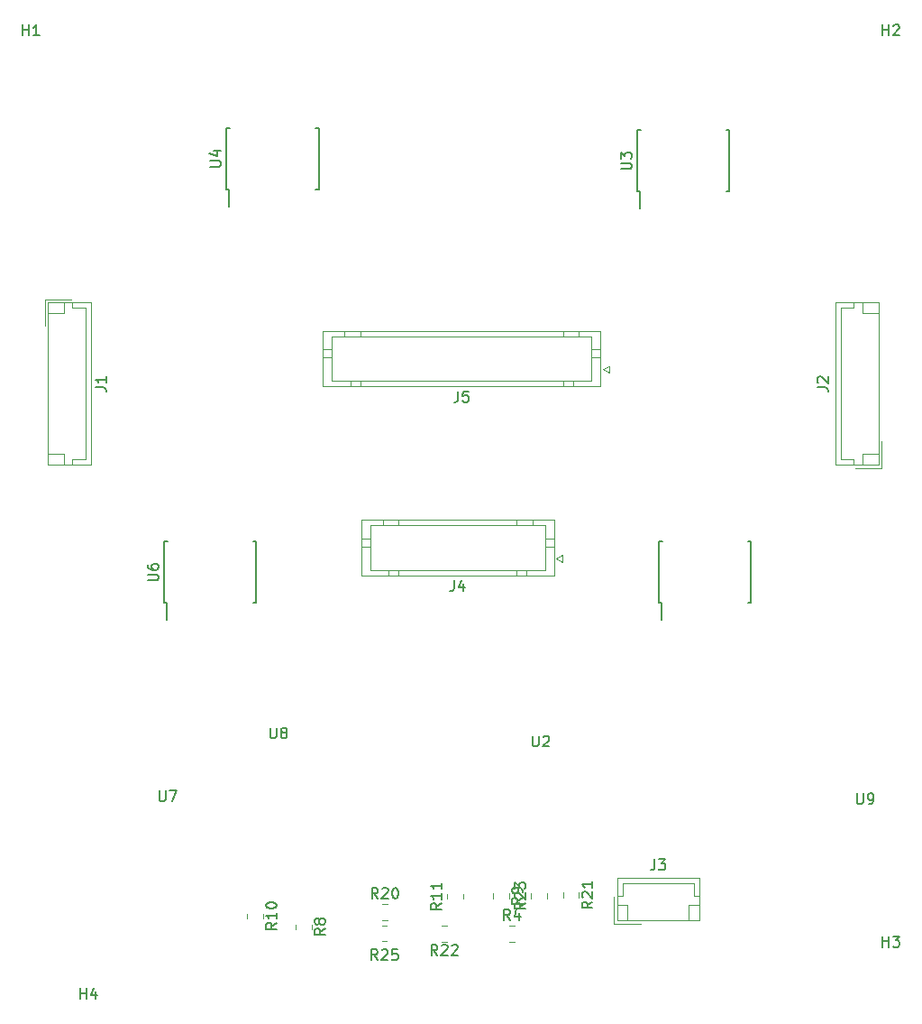
<source format=gbr>
%TF.GenerationSoftware,KiCad,Pcbnew,(7.0.0)*%
%TF.CreationDate,2024-03-19T12:14:35-03:00*%
%TF.ProjectId,pcb_peau_v1,7063625f-7065-4617-955f-76312e6b6963,rev?*%
%TF.SameCoordinates,Original*%
%TF.FileFunction,Legend,Top*%
%TF.FilePolarity,Positive*%
%FSLAX46Y46*%
G04 Gerber Fmt 4.6, Leading zero omitted, Abs format (unit mm)*
G04 Created by KiCad (PCBNEW (7.0.0)) date 2024-03-19 12:14:35*
%MOMM*%
%LPD*%
G01*
G04 APERTURE LIST*
%ADD10C,0.150000*%
%ADD11C,0.120000*%
G04 APERTURE END LIST*
D10*
%TO.C,R10*%
X189957380Y-118959857D02*
X189481190Y-119293190D01*
X189957380Y-119531285D02*
X188957380Y-119531285D01*
X188957380Y-119531285D02*
X188957380Y-119150333D01*
X188957380Y-119150333D02*
X189005000Y-119055095D01*
X189005000Y-119055095D02*
X189052619Y-119007476D01*
X189052619Y-119007476D02*
X189147857Y-118959857D01*
X189147857Y-118959857D02*
X189290714Y-118959857D01*
X189290714Y-118959857D02*
X189385952Y-119007476D01*
X189385952Y-119007476D02*
X189433571Y-119055095D01*
X189433571Y-119055095D02*
X189481190Y-119150333D01*
X189481190Y-119150333D02*
X189481190Y-119531285D01*
X189957380Y-118007476D02*
X189957380Y-118578904D01*
X189957380Y-118293190D02*
X188957380Y-118293190D01*
X188957380Y-118293190D02*
X189100238Y-118388428D01*
X189100238Y-118388428D02*
X189195476Y-118483666D01*
X189195476Y-118483666D02*
X189243095Y-118578904D01*
X188957380Y-117388428D02*
X188957380Y-117293190D01*
X188957380Y-117293190D02*
X189005000Y-117197952D01*
X189005000Y-117197952D02*
X189052619Y-117150333D01*
X189052619Y-117150333D02*
X189147857Y-117102714D01*
X189147857Y-117102714D02*
X189338333Y-117055095D01*
X189338333Y-117055095D02*
X189576428Y-117055095D01*
X189576428Y-117055095D02*
X189766904Y-117102714D01*
X189766904Y-117102714D02*
X189862142Y-117150333D01*
X189862142Y-117150333D02*
X189909761Y-117197952D01*
X189909761Y-117197952D02*
X189957380Y-117293190D01*
X189957380Y-117293190D02*
X189957380Y-117388428D01*
X189957380Y-117388428D02*
X189909761Y-117483666D01*
X189909761Y-117483666D02*
X189862142Y-117531285D01*
X189862142Y-117531285D02*
X189766904Y-117578904D01*
X189766904Y-117578904D02*
X189576428Y-117626523D01*
X189576428Y-117626523D02*
X189338333Y-117626523D01*
X189338333Y-117626523D02*
X189147857Y-117578904D01*
X189147857Y-117578904D02*
X189052619Y-117531285D01*
X189052619Y-117531285D02*
X189005000Y-117483666D01*
X189005000Y-117483666D02*
X188957380Y-117388428D01*
%TO.C,R22*%
X205077142Y-122008880D02*
X204743809Y-121532690D01*
X204505714Y-122008880D02*
X204505714Y-121008880D01*
X204505714Y-121008880D02*
X204886666Y-121008880D01*
X204886666Y-121008880D02*
X204981904Y-121056500D01*
X204981904Y-121056500D02*
X205029523Y-121104119D01*
X205029523Y-121104119D02*
X205077142Y-121199357D01*
X205077142Y-121199357D02*
X205077142Y-121342214D01*
X205077142Y-121342214D02*
X205029523Y-121437452D01*
X205029523Y-121437452D02*
X204981904Y-121485071D01*
X204981904Y-121485071D02*
X204886666Y-121532690D01*
X204886666Y-121532690D02*
X204505714Y-121532690D01*
X205458095Y-121104119D02*
X205505714Y-121056500D01*
X205505714Y-121056500D02*
X205600952Y-121008880D01*
X205600952Y-121008880D02*
X205839047Y-121008880D01*
X205839047Y-121008880D02*
X205934285Y-121056500D01*
X205934285Y-121056500D02*
X205981904Y-121104119D01*
X205981904Y-121104119D02*
X206029523Y-121199357D01*
X206029523Y-121199357D02*
X206029523Y-121294595D01*
X206029523Y-121294595D02*
X205981904Y-121437452D01*
X205981904Y-121437452D02*
X205410476Y-122008880D01*
X205410476Y-122008880D02*
X206029523Y-122008880D01*
X206410476Y-121104119D02*
X206458095Y-121056500D01*
X206458095Y-121056500D02*
X206553333Y-121008880D01*
X206553333Y-121008880D02*
X206791428Y-121008880D01*
X206791428Y-121008880D02*
X206886666Y-121056500D01*
X206886666Y-121056500D02*
X206934285Y-121104119D01*
X206934285Y-121104119D02*
X206981904Y-121199357D01*
X206981904Y-121199357D02*
X206981904Y-121294595D01*
X206981904Y-121294595D02*
X206934285Y-121437452D01*
X206934285Y-121437452D02*
X206362857Y-122008880D01*
X206362857Y-122008880D02*
X206981904Y-122008880D01*
%TO.C,R4*%
X211903333Y-118708880D02*
X211570000Y-118232690D01*
X211331905Y-118708880D02*
X211331905Y-117708880D01*
X211331905Y-117708880D02*
X211712857Y-117708880D01*
X211712857Y-117708880D02*
X211808095Y-117756500D01*
X211808095Y-117756500D02*
X211855714Y-117804119D01*
X211855714Y-117804119D02*
X211903333Y-117899357D01*
X211903333Y-117899357D02*
X211903333Y-118042214D01*
X211903333Y-118042214D02*
X211855714Y-118137452D01*
X211855714Y-118137452D02*
X211808095Y-118185071D01*
X211808095Y-118185071D02*
X211712857Y-118232690D01*
X211712857Y-118232690D02*
X211331905Y-118232690D01*
X212760476Y-118042214D02*
X212760476Y-118708880D01*
X212522381Y-117661261D02*
X212284286Y-118375547D01*
X212284286Y-118375547D02*
X212903333Y-118375547D01*
%TO.C,R9*%
X213071380Y-116602166D02*
X212595190Y-116935499D01*
X213071380Y-117173594D02*
X212071380Y-117173594D01*
X212071380Y-117173594D02*
X212071380Y-116792642D01*
X212071380Y-116792642D02*
X212119000Y-116697404D01*
X212119000Y-116697404D02*
X212166619Y-116649785D01*
X212166619Y-116649785D02*
X212261857Y-116602166D01*
X212261857Y-116602166D02*
X212404714Y-116602166D01*
X212404714Y-116602166D02*
X212499952Y-116649785D01*
X212499952Y-116649785D02*
X212547571Y-116697404D01*
X212547571Y-116697404D02*
X212595190Y-116792642D01*
X212595190Y-116792642D02*
X212595190Y-117173594D01*
X213071380Y-116125975D02*
X213071380Y-115935499D01*
X213071380Y-115935499D02*
X213023761Y-115840261D01*
X213023761Y-115840261D02*
X212976142Y-115792642D01*
X212976142Y-115792642D02*
X212833285Y-115697404D01*
X212833285Y-115697404D02*
X212642809Y-115649785D01*
X212642809Y-115649785D02*
X212261857Y-115649785D01*
X212261857Y-115649785D02*
X212166619Y-115697404D01*
X212166619Y-115697404D02*
X212119000Y-115745023D01*
X212119000Y-115745023D02*
X212071380Y-115840261D01*
X212071380Y-115840261D02*
X212071380Y-116030737D01*
X212071380Y-116030737D02*
X212119000Y-116125975D01*
X212119000Y-116125975D02*
X212166619Y-116173594D01*
X212166619Y-116173594D02*
X212261857Y-116221213D01*
X212261857Y-116221213D02*
X212499952Y-116221213D01*
X212499952Y-116221213D02*
X212595190Y-116173594D01*
X212595190Y-116173594D02*
X212642809Y-116125975D01*
X212642809Y-116125975D02*
X212690428Y-116030737D01*
X212690428Y-116030737D02*
X212690428Y-115840261D01*
X212690428Y-115840261D02*
X212642809Y-115745023D01*
X212642809Y-115745023D02*
X212595190Y-115697404D01*
X212595190Y-115697404D02*
X212499952Y-115649785D01*
%TO.C,R8*%
X194529380Y-119499666D02*
X194053190Y-119832999D01*
X194529380Y-120071094D02*
X193529380Y-120071094D01*
X193529380Y-120071094D02*
X193529380Y-119690142D01*
X193529380Y-119690142D02*
X193577000Y-119594904D01*
X193577000Y-119594904D02*
X193624619Y-119547285D01*
X193624619Y-119547285D02*
X193719857Y-119499666D01*
X193719857Y-119499666D02*
X193862714Y-119499666D01*
X193862714Y-119499666D02*
X193957952Y-119547285D01*
X193957952Y-119547285D02*
X194005571Y-119594904D01*
X194005571Y-119594904D02*
X194053190Y-119690142D01*
X194053190Y-119690142D02*
X194053190Y-120071094D01*
X193957952Y-118928237D02*
X193910333Y-119023475D01*
X193910333Y-119023475D02*
X193862714Y-119071094D01*
X193862714Y-119071094D02*
X193767476Y-119118713D01*
X193767476Y-119118713D02*
X193719857Y-119118713D01*
X193719857Y-119118713D02*
X193624619Y-119071094D01*
X193624619Y-119071094D02*
X193577000Y-119023475D01*
X193577000Y-119023475D02*
X193529380Y-118928237D01*
X193529380Y-118928237D02*
X193529380Y-118737761D01*
X193529380Y-118737761D02*
X193577000Y-118642523D01*
X193577000Y-118642523D02*
X193624619Y-118594904D01*
X193624619Y-118594904D02*
X193719857Y-118547285D01*
X193719857Y-118547285D02*
X193767476Y-118547285D01*
X193767476Y-118547285D02*
X193862714Y-118594904D01*
X193862714Y-118594904D02*
X193910333Y-118642523D01*
X193910333Y-118642523D02*
X193957952Y-118737761D01*
X193957952Y-118737761D02*
X193957952Y-118928237D01*
X193957952Y-118928237D02*
X194005571Y-119023475D01*
X194005571Y-119023475D02*
X194053190Y-119071094D01*
X194053190Y-119071094D02*
X194148428Y-119118713D01*
X194148428Y-119118713D02*
X194338904Y-119118713D01*
X194338904Y-119118713D02*
X194434142Y-119071094D01*
X194434142Y-119071094D02*
X194481761Y-119023475D01*
X194481761Y-119023475D02*
X194529380Y-118928237D01*
X194529380Y-118928237D02*
X194529380Y-118737761D01*
X194529380Y-118737761D02*
X194481761Y-118642523D01*
X194481761Y-118642523D02*
X194434142Y-118594904D01*
X194434142Y-118594904D02*
X194338904Y-118547285D01*
X194338904Y-118547285D02*
X194148428Y-118547285D01*
X194148428Y-118547285D02*
X194053190Y-118594904D01*
X194053190Y-118594904D02*
X194005571Y-118642523D01*
X194005571Y-118642523D02*
X193957952Y-118737761D01*
%TO.C,R21*%
X219642380Y-116992857D02*
X219166190Y-117326190D01*
X219642380Y-117564285D02*
X218642380Y-117564285D01*
X218642380Y-117564285D02*
X218642380Y-117183333D01*
X218642380Y-117183333D02*
X218690000Y-117088095D01*
X218690000Y-117088095D02*
X218737619Y-117040476D01*
X218737619Y-117040476D02*
X218832857Y-116992857D01*
X218832857Y-116992857D02*
X218975714Y-116992857D01*
X218975714Y-116992857D02*
X219070952Y-117040476D01*
X219070952Y-117040476D02*
X219118571Y-117088095D01*
X219118571Y-117088095D02*
X219166190Y-117183333D01*
X219166190Y-117183333D02*
X219166190Y-117564285D01*
X218737619Y-116611904D02*
X218690000Y-116564285D01*
X218690000Y-116564285D02*
X218642380Y-116469047D01*
X218642380Y-116469047D02*
X218642380Y-116230952D01*
X218642380Y-116230952D02*
X218690000Y-116135714D01*
X218690000Y-116135714D02*
X218737619Y-116088095D01*
X218737619Y-116088095D02*
X218832857Y-116040476D01*
X218832857Y-116040476D02*
X218928095Y-116040476D01*
X218928095Y-116040476D02*
X219070952Y-116088095D01*
X219070952Y-116088095D02*
X219642380Y-116659523D01*
X219642380Y-116659523D02*
X219642380Y-116040476D01*
X219642380Y-115088095D02*
X219642380Y-115659523D01*
X219642380Y-115373809D02*
X218642380Y-115373809D01*
X218642380Y-115373809D02*
X218785238Y-115469047D01*
X218785238Y-115469047D02*
X218880476Y-115564285D01*
X218880476Y-115564285D02*
X218928095Y-115659523D01*
%TO.C,R23*%
X213327380Y-117078357D02*
X212851190Y-117411690D01*
X213327380Y-117649785D02*
X212327380Y-117649785D01*
X212327380Y-117649785D02*
X212327380Y-117268833D01*
X212327380Y-117268833D02*
X212375000Y-117173595D01*
X212375000Y-117173595D02*
X212422619Y-117125976D01*
X212422619Y-117125976D02*
X212517857Y-117078357D01*
X212517857Y-117078357D02*
X212660714Y-117078357D01*
X212660714Y-117078357D02*
X212755952Y-117125976D01*
X212755952Y-117125976D02*
X212803571Y-117173595D01*
X212803571Y-117173595D02*
X212851190Y-117268833D01*
X212851190Y-117268833D02*
X212851190Y-117649785D01*
X212422619Y-116697404D02*
X212375000Y-116649785D01*
X212375000Y-116649785D02*
X212327380Y-116554547D01*
X212327380Y-116554547D02*
X212327380Y-116316452D01*
X212327380Y-116316452D02*
X212375000Y-116221214D01*
X212375000Y-116221214D02*
X212422619Y-116173595D01*
X212422619Y-116173595D02*
X212517857Y-116125976D01*
X212517857Y-116125976D02*
X212613095Y-116125976D01*
X212613095Y-116125976D02*
X212755952Y-116173595D01*
X212755952Y-116173595D02*
X213327380Y-116745023D01*
X213327380Y-116745023D02*
X213327380Y-116125976D01*
X212327380Y-115792642D02*
X212327380Y-115173595D01*
X212327380Y-115173595D02*
X212708333Y-115506928D01*
X212708333Y-115506928D02*
X212708333Y-115364071D01*
X212708333Y-115364071D02*
X212755952Y-115268833D01*
X212755952Y-115268833D02*
X212803571Y-115221214D01*
X212803571Y-115221214D02*
X212898809Y-115173595D01*
X212898809Y-115173595D02*
X213136904Y-115173595D01*
X213136904Y-115173595D02*
X213232142Y-115221214D01*
X213232142Y-115221214D02*
X213279761Y-115268833D01*
X213279761Y-115268833D02*
X213327380Y-115364071D01*
X213327380Y-115364071D02*
X213327380Y-115649785D01*
X213327380Y-115649785D02*
X213279761Y-115745023D01*
X213279761Y-115745023D02*
X213232142Y-115792642D01*
%TO.C,R11*%
X205453380Y-117125357D02*
X204977190Y-117458690D01*
X205453380Y-117696785D02*
X204453380Y-117696785D01*
X204453380Y-117696785D02*
X204453380Y-117315833D01*
X204453380Y-117315833D02*
X204501000Y-117220595D01*
X204501000Y-117220595D02*
X204548619Y-117172976D01*
X204548619Y-117172976D02*
X204643857Y-117125357D01*
X204643857Y-117125357D02*
X204786714Y-117125357D01*
X204786714Y-117125357D02*
X204881952Y-117172976D01*
X204881952Y-117172976D02*
X204929571Y-117220595D01*
X204929571Y-117220595D02*
X204977190Y-117315833D01*
X204977190Y-117315833D02*
X204977190Y-117696785D01*
X205453380Y-116172976D02*
X205453380Y-116744404D01*
X205453380Y-116458690D02*
X204453380Y-116458690D01*
X204453380Y-116458690D02*
X204596238Y-116553928D01*
X204596238Y-116553928D02*
X204691476Y-116649166D01*
X204691476Y-116649166D02*
X204739095Y-116744404D01*
X205453380Y-115220595D02*
X205453380Y-115792023D01*
X205453380Y-115506309D02*
X204453380Y-115506309D01*
X204453380Y-115506309D02*
X204596238Y-115601547D01*
X204596238Y-115601547D02*
X204691476Y-115696785D01*
X204691476Y-115696785D02*
X204739095Y-115792023D01*
%TO.C,R20*%
X199489142Y-116676880D02*
X199155809Y-116200690D01*
X198917714Y-116676880D02*
X198917714Y-115676880D01*
X198917714Y-115676880D02*
X199298666Y-115676880D01*
X199298666Y-115676880D02*
X199393904Y-115724500D01*
X199393904Y-115724500D02*
X199441523Y-115772119D01*
X199441523Y-115772119D02*
X199489142Y-115867357D01*
X199489142Y-115867357D02*
X199489142Y-116010214D01*
X199489142Y-116010214D02*
X199441523Y-116105452D01*
X199441523Y-116105452D02*
X199393904Y-116153071D01*
X199393904Y-116153071D02*
X199298666Y-116200690D01*
X199298666Y-116200690D02*
X198917714Y-116200690D01*
X199870095Y-115772119D02*
X199917714Y-115724500D01*
X199917714Y-115724500D02*
X200012952Y-115676880D01*
X200012952Y-115676880D02*
X200251047Y-115676880D01*
X200251047Y-115676880D02*
X200346285Y-115724500D01*
X200346285Y-115724500D02*
X200393904Y-115772119D01*
X200393904Y-115772119D02*
X200441523Y-115867357D01*
X200441523Y-115867357D02*
X200441523Y-115962595D01*
X200441523Y-115962595D02*
X200393904Y-116105452D01*
X200393904Y-116105452D02*
X199822476Y-116676880D01*
X199822476Y-116676880D02*
X200441523Y-116676880D01*
X201060571Y-115676880D02*
X201155809Y-115676880D01*
X201155809Y-115676880D02*
X201251047Y-115724500D01*
X201251047Y-115724500D02*
X201298666Y-115772119D01*
X201298666Y-115772119D02*
X201346285Y-115867357D01*
X201346285Y-115867357D02*
X201393904Y-116057833D01*
X201393904Y-116057833D02*
X201393904Y-116295928D01*
X201393904Y-116295928D02*
X201346285Y-116486404D01*
X201346285Y-116486404D02*
X201298666Y-116581642D01*
X201298666Y-116581642D02*
X201251047Y-116629261D01*
X201251047Y-116629261D02*
X201155809Y-116676880D01*
X201155809Y-116676880D02*
X201060571Y-116676880D01*
X201060571Y-116676880D02*
X200965333Y-116629261D01*
X200965333Y-116629261D02*
X200917714Y-116581642D01*
X200917714Y-116581642D02*
X200870095Y-116486404D01*
X200870095Y-116486404D02*
X200822476Y-116295928D01*
X200822476Y-116295928D02*
X200822476Y-116057833D01*
X200822476Y-116057833D02*
X200870095Y-115867357D01*
X200870095Y-115867357D02*
X200917714Y-115772119D01*
X200917714Y-115772119D02*
X200965333Y-115724500D01*
X200965333Y-115724500D02*
X201060571Y-115676880D01*
%TO.C,R25*%
X199457142Y-122457880D02*
X199123809Y-121981690D01*
X198885714Y-122457880D02*
X198885714Y-121457880D01*
X198885714Y-121457880D02*
X199266666Y-121457880D01*
X199266666Y-121457880D02*
X199361904Y-121505500D01*
X199361904Y-121505500D02*
X199409523Y-121553119D01*
X199409523Y-121553119D02*
X199457142Y-121648357D01*
X199457142Y-121648357D02*
X199457142Y-121791214D01*
X199457142Y-121791214D02*
X199409523Y-121886452D01*
X199409523Y-121886452D02*
X199361904Y-121934071D01*
X199361904Y-121934071D02*
X199266666Y-121981690D01*
X199266666Y-121981690D02*
X198885714Y-121981690D01*
X199838095Y-121553119D02*
X199885714Y-121505500D01*
X199885714Y-121505500D02*
X199980952Y-121457880D01*
X199980952Y-121457880D02*
X200219047Y-121457880D01*
X200219047Y-121457880D02*
X200314285Y-121505500D01*
X200314285Y-121505500D02*
X200361904Y-121553119D01*
X200361904Y-121553119D02*
X200409523Y-121648357D01*
X200409523Y-121648357D02*
X200409523Y-121743595D01*
X200409523Y-121743595D02*
X200361904Y-121886452D01*
X200361904Y-121886452D02*
X199790476Y-122457880D01*
X199790476Y-122457880D02*
X200409523Y-122457880D01*
X201314285Y-121457880D02*
X200838095Y-121457880D01*
X200838095Y-121457880D02*
X200790476Y-121934071D01*
X200790476Y-121934071D02*
X200838095Y-121886452D01*
X200838095Y-121886452D02*
X200933333Y-121838833D01*
X200933333Y-121838833D02*
X201171428Y-121838833D01*
X201171428Y-121838833D02*
X201266666Y-121886452D01*
X201266666Y-121886452D02*
X201314285Y-121934071D01*
X201314285Y-121934071D02*
X201361904Y-122029309D01*
X201361904Y-122029309D02*
X201361904Y-122267404D01*
X201361904Y-122267404D02*
X201314285Y-122362642D01*
X201314285Y-122362642D02*
X201266666Y-122410261D01*
X201266666Y-122410261D02*
X201171428Y-122457880D01*
X201171428Y-122457880D02*
X200933333Y-122457880D01*
X200933333Y-122457880D02*
X200838095Y-122410261D01*
X200838095Y-122410261D02*
X200790476Y-122362642D01*
%TO.C,U3*%
X222305380Y-48227904D02*
X223114904Y-48227904D01*
X223114904Y-48227904D02*
X223210142Y-48180285D01*
X223210142Y-48180285D02*
X223257761Y-48132666D01*
X223257761Y-48132666D02*
X223305380Y-48037428D01*
X223305380Y-48037428D02*
X223305380Y-47846952D01*
X223305380Y-47846952D02*
X223257761Y-47751714D01*
X223257761Y-47751714D02*
X223210142Y-47704095D01*
X223210142Y-47704095D02*
X223114904Y-47656476D01*
X223114904Y-47656476D02*
X222305380Y-47656476D01*
X222305380Y-47275523D02*
X222305380Y-46656476D01*
X222305380Y-46656476D02*
X222686333Y-46989809D01*
X222686333Y-46989809D02*
X222686333Y-46846952D01*
X222686333Y-46846952D02*
X222733952Y-46751714D01*
X222733952Y-46751714D02*
X222781571Y-46704095D01*
X222781571Y-46704095D02*
X222876809Y-46656476D01*
X222876809Y-46656476D02*
X223114904Y-46656476D01*
X223114904Y-46656476D02*
X223210142Y-46704095D01*
X223210142Y-46704095D02*
X223257761Y-46751714D01*
X223257761Y-46751714D02*
X223305380Y-46846952D01*
X223305380Y-46846952D02*
X223305380Y-47132666D01*
X223305380Y-47132666D02*
X223257761Y-47227904D01*
X223257761Y-47227904D02*
X223210142Y-47275523D01*
%TO.C,U4*%
X183708380Y-48017904D02*
X184517904Y-48017904D01*
X184517904Y-48017904D02*
X184613142Y-47970285D01*
X184613142Y-47970285D02*
X184660761Y-47922666D01*
X184660761Y-47922666D02*
X184708380Y-47827428D01*
X184708380Y-47827428D02*
X184708380Y-47636952D01*
X184708380Y-47636952D02*
X184660761Y-47541714D01*
X184660761Y-47541714D02*
X184613142Y-47494095D01*
X184613142Y-47494095D02*
X184517904Y-47446476D01*
X184517904Y-47446476D02*
X183708380Y-47446476D01*
X184041714Y-46541714D02*
X184708380Y-46541714D01*
X183660761Y-46779809D02*
X184375047Y-47017904D01*
X184375047Y-47017904D02*
X184375047Y-46398857D01*
%TO.C,U6*%
X177855380Y-86835904D02*
X178664904Y-86835904D01*
X178664904Y-86835904D02*
X178760142Y-86788285D01*
X178760142Y-86788285D02*
X178807761Y-86740666D01*
X178807761Y-86740666D02*
X178855380Y-86645428D01*
X178855380Y-86645428D02*
X178855380Y-86454952D01*
X178855380Y-86454952D02*
X178807761Y-86359714D01*
X178807761Y-86359714D02*
X178760142Y-86312095D01*
X178760142Y-86312095D02*
X178664904Y-86264476D01*
X178664904Y-86264476D02*
X177855380Y-86264476D01*
X177855380Y-85359714D02*
X177855380Y-85550190D01*
X177855380Y-85550190D02*
X177903000Y-85645428D01*
X177903000Y-85645428D02*
X177950619Y-85693047D01*
X177950619Y-85693047D02*
X178093476Y-85788285D01*
X178093476Y-85788285D02*
X178283952Y-85835904D01*
X178283952Y-85835904D02*
X178664904Y-85835904D01*
X178664904Y-85835904D02*
X178760142Y-85788285D01*
X178760142Y-85788285D02*
X178807761Y-85740666D01*
X178807761Y-85740666D02*
X178855380Y-85645428D01*
X178855380Y-85645428D02*
X178855380Y-85454952D01*
X178855380Y-85454952D02*
X178807761Y-85359714D01*
X178807761Y-85359714D02*
X178760142Y-85312095D01*
X178760142Y-85312095D02*
X178664904Y-85264476D01*
X178664904Y-85264476D02*
X178426809Y-85264476D01*
X178426809Y-85264476D02*
X178331571Y-85312095D01*
X178331571Y-85312095D02*
X178283952Y-85359714D01*
X178283952Y-85359714D02*
X178236333Y-85454952D01*
X178236333Y-85454952D02*
X178236333Y-85645428D01*
X178236333Y-85645428D02*
X178283952Y-85740666D01*
X178283952Y-85740666D02*
X178331571Y-85788285D01*
X178331571Y-85788285D02*
X178426809Y-85835904D01*
%TO.C,U7*%
X178943095Y-106555380D02*
X178943095Y-107364904D01*
X178943095Y-107364904D02*
X178990714Y-107460142D01*
X178990714Y-107460142D02*
X179038333Y-107507761D01*
X179038333Y-107507761D02*
X179133571Y-107555380D01*
X179133571Y-107555380D02*
X179324047Y-107555380D01*
X179324047Y-107555380D02*
X179419285Y-107507761D01*
X179419285Y-107507761D02*
X179466904Y-107460142D01*
X179466904Y-107460142D02*
X179514523Y-107364904D01*
X179514523Y-107364904D02*
X179514523Y-106555380D01*
X179895476Y-106555380D02*
X180562142Y-106555380D01*
X180562142Y-106555380D02*
X180133571Y-107555380D01*
%TO.C,U8*%
X189357095Y-100653380D02*
X189357095Y-101462904D01*
X189357095Y-101462904D02*
X189404714Y-101558142D01*
X189404714Y-101558142D02*
X189452333Y-101605761D01*
X189452333Y-101605761D02*
X189547571Y-101653380D01*
X189547571Y-101653380D02*
X189738047Y-101653380D01*
X189738047Y-101653380D02*
X189833285Y-101605761D01*
X189833285Y-101605761D02*
X189880904Y-101558142D01*
X189880904Y-101558142D02*
X189928523Y-101462904D01*
X189928523Y-101462904D02*
X189928523Y-100653380D01*
X190547571Y-101081952D02*
X190452333Y-101034333D01*
X190452333Y-101034333D02*
X190404714Y-100986714D01*
X190404714Y-100986714D02*
X190357095Y-100891476D01*
X190357095Y-100891476D02*
X190357095Y-100843857D01*
X190357095Y-100843857D02*
X190404714Y-100748619D01*
X190404714Y-100748619D02*
X190452333Y-100701000D01*
X190452333Y-100701000D02*
X190547571Y-100653380D01*
X190547571Y-100653380D02*
X190738047Y-100653380D01*
X190738047Y-100653380D02*
X190833285Y-100701000D01*
X190833285Y-100701000D02*
X190880904Y-100748619D01*
X190880904Y-100748619D02*
X190928523Y-100843857D01*
X190928523Y-100843857D02*
X190928523Y-100891476D01*
X190928523Y-100891476D02*
X190880904Y-100986714D01*
X190880904Y-100986714D02*
X190833285Y-101034333D01*
X190833285Y-101034333D02*
X190738047Y-101081952D01*
X190738047Y-101081952D02*
X190547571Y-101081952D01*
X190547571Y-101081952D02*
X190452333Y-101129571D01*
X190452333Y-101129571D02*
X190404714Y-101177190D01*
X190404714Y-101177190D02*
X190357095Y-101272428D01*
X190357095Y-101272428D02*
X190357095Y-101462904D01*
X190357095Y-101462904D02*
X190404714Y-101558142D01*
X190404714Y-101558142D02*
X190452333Y-101605761D01*
X190452333Y-101605761D02*
X190547571Y-101653380D01*
X190547571Y-101653380D02*
X190738047Y-101653380D01*
X190738047Y-101653380D02*
X190833285Y-101605761D01*
X190833285Y-101605761D02*
X190880904Y-101558142D01*
X190880904Y-101558142D02*
X190928523Y-101462904D01*
X190928523Y-101462904D02*
X190928523Y-101272428D01*
X190928523Y-101272428D02*
X190880904Y-101177190D01*
X190880904Y-101177190D02*
X190833285Y-101129571D01*
X190833285Y-101129571D02*
X190738047Y-101081952D01*
%TO.C,H1*%
X166116095Y-35683380D02*
X166116095Y-34683380D01*
X166116095Y-35159571D02*
X166687523Y-35159571D01*
X166687523Y-35683380D02*
X166687523Y-34683380D01*
X167687523Y-35683380D02*
X167116095Y-35683380D01*
X167401809Y-35683380D02*
X167401809Y-34683380D01*
X167401809Y-34683380D02*
X167306571Y-34826238D01*
X167306571Y-34826238D02*
X167211333Y-34921476D01*
X167211333Y-34921476D02*
X167116095Y-34969095D01*
%TO.C,J3*%
X225472666Y-113002880D02*
X225472666Y-113717166D01*
X225472666Y-113717166D02*
X225425047Y-113860023D01*
X225425047Y-113860023D02*
X225329809Y-113955261D01*
X225329809Y-113955261D02*
X225186952Y-114002880D01*
X225186952Y-114002880D02*
X225091714Y-114002880D01*
X225853619Y-113002880D02*
X226472666Y-113002880D01*
X226472666Y-113002880D02*
X226139333Y-113383833D01*
X226139333Y-113383833D02*
X226282190Y-113383833D01*
X226282190Y-113383833D02*
X226377428Y-113431452D01*
X226377428Y-113431452D02*
X226425047Y-113479071D01*
X226425047Y-113479071D02*
X226472666Y-113574309D01*
X226472666Y-113574309D02*
X226472666Y-113812404D01*
X226472666Y-113812404D02*
X226425047Y-113907642D01*
X226425047Y-113907642D02*
X226377428Y-113955261D01*
X226377428Y-113955261D02*
X226282190Y-114002880D01*
X226282190Y-114002880D02*
X225996476Y-114002880D01*
X225996476Y-114002880D02*
X225901238Y-113955261D01*
X225901238Y-113955261D02*
X225853619Y-113907642D01*
%TO.C,H3*%
X246888095Y-121235880D02*
X246888095Y-120235880D01*
X246888095Y-120712071D02*
X247459523Y-120712071D01*
X247459523Y-121235880D02*
X247459523Y-120235880D01*
X247840476Y-120235880D02*
X248459523Y-120235880D01*
X248459523Y-120235880D02*
X248126190Y-120616833D01*
X248126190Y-120616833D02*
X248269047Y-120616833D01*
X248269047Y-120616833D02*
X248364285Y-120664452D01*
X248364285Y-120664452D02*
X248411904Y-120712071D01*
X248411904Y-120712071D02*
X248459523Y-120807309D01*
X248459523Y-120807309D02*
X248459523Y-121045404D01*
X248459523Y-121045404D02*
X248411904Y-121140642D01*
X248411904Y-121140642D02*
X248364285Y-121188261D01*
X248364285Y-121188261D02*
X248269047Y-121235880D01*
X248269047Y-121235880D02*
X247983333Y-121235880D01*
X247983333Y-121235880D02*
X247888095Y-121188261D01*
X247888095Y-121188261D02*
X247840476Y-121140642D01*
%TO.C,U2*%
X213995095Y-101415380D02*
X213995095Y-102224904D01*
X213995095Y-102224904D02*
X214042714Y-102320142D01*
X214042714Y-102320142D02*
X214090333Y-102367761D01*
X214090333Y-102367761D02*
X214185571Y-102415380D01*
X214185571Y-102415380D02*
X214376047Y-102415380D01*
X214376047Y-102415380D02*
X214471285Y-102367761D01*
X214471285Y-102367761D02*
X214518904Y-102320142D01*
X214518904Y-102320142D02*
X214566523Y-102224904D01*
X214566523Y-102224904D02*
X214566523Y-101415380D01*
X214995095Y-101510619D02*
X215042714Y-101463000D01*
X215042714Y-101463000D02*
X215137952Y-101415380D01*
X215137952Y-101415380D02*
X215376047Y-101415380D01*
X215376047Y-101415380D02*
X215471285Y-101463000D01*
X215471285Y-101463000D02*
X215518904Y-101510619D01*
X215518904Y-101510619D02*
X215566523Y-101605857D01*
X215566523Y-101605857D02*
X215566523Y-101701095D01*
X215566523Y-101701095D02*
X215518904Y-101843952D01*
X215518904Y-101843952D02*
X214947476Y-102415380D01*
X214947476Y-102415380D02*
X215566523Y-102415380D01*
%TO.C,H4*%
X171504095Y-126095380D02*
X171504095Y-125095380D01*
X171504095Y-125571571D02*
X172075523Y-125571571D01*
X172075523Y-126095380D02*
X172075523Y-125095380D01*
X172980285Y-125428714D02*
X172980285Y-126095380D01*
X172742190Y-125047761D02*
X172504095Y-125762047D01*
X172504095Y-125762047D02*
X173123142Y-125762047D01*
%TO.C,U9*%
X244475095Y-106809380D02*
X244475095Y-107618904D01*
X244475095Y-107618904D02*
X244522714Y-107714142D01*
X244522714Y-107714142D02*
X244570333Y-107761761D01*
X244570333Y-107761761D02*
X244665571Y-107809380D01*
X244665571Y-107809380D02*
X244856047Y-107809380D01*
X244856047Y-107809380D02*
X244951285Y-107761761D01*
X244951285Y-107761761D02*
X244998904Y-107714142D01*
X244998904Y-107714142D02*
X245046523Y-107618904D01*
X245046523Y-107618904D02*
X245046523Y-106809380D01*
X245570333Y-107809380D02*
X245760809Y-107809380D01*
X245760809Y-107809380D02*
X245856047Y-107761761D01*
X245856047Y-107761761D02*
X245903666Y-107714142D01*
X245903666Y-107714142D02*
X245998904Y-107571285D01*
X245998904Y-107571285D02*
X246046523Y-107380809D01*
X246046523Y-107380809D02*
X246046523Y-106999857D01*
X246046523Y-106999857D02*
X245998904Y-106904619D01*
X245998904Y-106904619D02*
X245951285Y-106857000D01*
X245951285Y-106857000D02*
X245856047Y-106809380D01*
X245856047Y-106809380D02*
X245665571Y-106809380D01*
X245665571Y-106809380D02*
X245570333Y-106857000D01*
X245570333Y-106857000D02*
X245522714Y-106904619D01*
X245522714Y-106904619D02*
X245475095Y-106999857D01*
X245475095Y-106999857D02*
X245475095Y-107237952D01*
X245475095Y-107237952D02*
X245522714Y-107333190D01*
X245522714Y-107333190D02*
X245570333Y-107380809D01*
X245570333Y-107380809D02*
X245665571Y-107428428D01*
X245665571Y-107428428D02*
X245856047Y-107428428D01*
X245856047Y-107428428D02*
X245951285Y-107380809D01*
X245951285Y-107380809D02*
X245998904Y-107333190D01*
X245998904Y-107333190D02*
X246046523Y-107237952D01*
%TO.C,H2*%
X246888095Y-35683380D02*
X246888095Y-34683380D01*
X246888095Y-35159571D02*
X247459523Y-35159571D01*
X247459523Y-35683380D02*
X247459523Y-34683380D01*
X247888095Y-34778619D02*
X247935714Y-34731000D01*
X247935714Y-34731000D02*
X248030952Y-34683380D01*
X248030952Y-34683380D02*
X248269047Y-34683380D01*
X248269047Y-34683380D02*
X248364285Y-34731000D01*
X248364285Y-34731000D02*
X248411904Y-34778619D01*
X248411904Y-34778619D02*
X248459523Y-34873857D01*
X248459523Y-34873857D02*
X248459523Y-34969095D01*
X248459523Y-34969095D02*
X248411904Y-35111952D01*
X248411904Y-35111952D02*
X247840476Y-35683380D01*
X247840476Y-35683380D02*
X248459523Y-35683380D01*
%TO.C,J2*%
X240757380Y-68707333D02*
X241471666Y-68707333D01*
X241471666Y-68707333D02*
X241614523Y-68754952D01*
X241614523Y-68754952D02*
X241709761Y-68850190D01*
X241709761Y-68850190D02*
X241757380Y-68993047D01*
X241757380Y-68993047D02*
X241757380Y-69088285D01*
X240852619Y-68278761D02*
X240805000Y-68231142D01*
X240805000Y-68231142D02*
X240757380Y-68135904D01*
X240757380Y-68135904D02*
X240757380Y-67897809D01*
X240757380Y-67897809D02*
X240805000Y-67802571D01*
X240805000Y-67802571D02*
X240852619Y-67754952D01*
X240852619Y-67754952D02*
X240947857Y-67707333D01*
X240947857Y-67707333D02*
X241043095Y-67707333D01*
X241043095Y-67707333D02*
X241185952Y-67754952D01*
X241185952Y-67754952D02*
X241757380Y-68326380D01*
X241757380Y-68326380D02*
X241757380Y-67707333D01*
%TO.C,J4*%
X206630666Y-86839380D02*
X206630666Y-87553666D01*
X206630666Y-87553666D02*
X206583047Y-87696523D01*
X206583047Y-87696523D02*
X206487809Y-87791761D01*
X206487809Y-87791761D02*
X206344952Y-87839380D01*
X206344952Y-87839380D02*
X206249714Y-87839380D01*
X207535428Y-87172714D02*
X207535428Y-87839380D01*
X207297333Y-86791761D02*
X207059238Y-87506047D01*
X207059238Y-87506047D02*
X207678285Y-87506047D01*
%TO.C,J1*%
X172951380Y-68707333D02*
X173665666Y-68707333D01*
X173665666Y-68707333D02*
X173808523Y-68754952D01*
X173808523Y-68754952D02*
X173903761Y-68850190D01*
X173903761Y-68850190D02*
X173951380Y-68993047D01*
X173951380Y-68993047D02*
X173951380Y-69088285D01*
X173951380Y-67707333D02*
X173951380Y-68278761D01*
X173951380Y-67993047D02*
X172951380Y-67993047D01*
X172951380Y-67993047D02*
X173094238Y-68088285D01*
X173094238Y-68088285D02*
X173189476Y-68183523D01*
X173189476Y-68183523D02*
X173237095Y-68278761D01*
%TO.C,J5*%
X207010666Y-69091380D02*
X207010666Y-69805666D01*
X207010666Y-69805666D02*
X206963047Y-69948523D01*
X206963047Y-69948523D02*
X206867809Y-70043761D01*
X206867809Y-70043761D02*
X206724952Y-70091380D01*
X206724952Y-70091380D02*
X206629714Y-70091380D01*
X207963047Y-69091380D02*
X207486857Y-69091380D01*
X207486857Y-69091380D02*
X207439238Y-69567571D01*
X207439238Y-69567571D02*
X207486857Y-69519952D01*
X207486857Y-69519952D02*
X207582095Y-69472333D01*
X207582095Y-69472333D02*
X207820190Y-69472333D01*
X207820190Y-69472333D02*
X207915428Y-69519952D01*
X207915428Y-69519952D02*
X207963047Y-69567571D01*
X207963047Y-69567571D02*
X208010666Y-69662809D01*
X208010666Y-69662809D02*
X208010666Y-69900904D01*
X208010666Y-69900904D02*
X207963047Y-69996142D01*
X207963047Y-69996142D02*
X207915428Y-70043761D01*
X207915428Y-70043761D02*
X207820190Y-70091380D01*
X207820190Y-70091380D02*
X207582095Y-70091380D01*
X207582095Y-70091380D02*
X207486857Y-70043761D01*
X207486857Y-70043761D02*
X207439238Y-69996142D01*
D11*
%TO.C,R10*%
X188675000Y-118089936D02*
X188675000Y-118544064D01*
X187205000Y-118089936D02*
X187205000Y-118544064D01*
%TO.C,R22*%
X205947064Y-120726500D02*
X205492936Y-120726500D01*
X205947064Y-119256500D02*
X205492936Y-119256500D01*
%TO.C,R4*%
X211842936Y-119256500D02*
X212297064Y-119256500D01*
X211842936Y-120726500D02*
X212297064Y-120726500D01*
%TO.C,R9*%
X211789000Y-116208436D02*
X211789000Y-116662564D01*
X210319000Y-116208436D02*
X210319000Y-116662564D01*
%TO.C,R8*%
X193247000Y-119105936D02*
X193247000Y-119560064D01*
X191777000Y-119105936D02*
X191777000Y-119560064D01*
%TO.C,R21*%
X218360000Y-116122936D02*
X218360000Y-116577064D01*
X216890000Y-116122936D02*
X216890000Y-116577064D01*
%TO.C,R23*%
X213875000Y-116662564D02*
X213875000Y-116208436D01*
X215345000Y-116662564D02*
X215345000Y-116208436D01*
%TO.C,R11*%
X206001000Y-116709564D02*
X206001000Y-116255436D01*
X207471000Y-116709564D02*
X207471000Y-116255436D01*
%TO.C,R20*%
X199904936Y-117224500D02*
X200359064Y-117224500D01*
X199904936Y-118694500D02*
X200359064Y-118694500D01*
%TO.C,R25*%
X200327064Y-120660000D02*
X199872936Y-120660000D01*
X200327064Y-119190000D02*
X199872936Y-119190000D01*
D10*
%TO.C,U3*%
X223863000Y-50341000D02*
X224088000Y-50341000D01*
X223863000Y-50341000D02*
X223863000Y-44591000D01*
X224088000Y-50341000D02*
X224088000Y-51941000D01*
X232513000Y-50341000D02*
X232213000Y-50341000D01*
X232513000Y-50341000D02*
X232513000Y-44591000D01*
X223863000Y-44591000D02*
X224163000Y-44591000D01*
X232513000Y-44591000D02*
X232213000Y-44591000D01*
%TO.C,U5*%
X225895000Y-88949000D02*
X226120000Y-88949000D01*
X225895000Y-88949000D02*
X225895000Y-83199000D01*
X226120000Y-88949000D02*
X226120000Y-90549000D01*
X234545000Y-88949000D02*
X234245000Y-88949000D01*
X234545000Y-88949000D02*
X234545000Y-83199000D01*
X225895000Y-83199000D02*
X226195000Y-83199000D01*
X234545000Y-83199000D02*
X234245000Y-83199000D01*
%TO.C,U4*%
X193916000Y-44381000D02*
X193616000Y-44381000D01*
X185266000Y-44381000D02*
X185566000Y-44381000D01*
X193916000Y-50131000D02*
X193916000Y-44381000D01*
X193916000Y-50131000D02*
X193616000Y-50131000D01*
X185491000Y-50131000D02*
X185491000Y-51731000D01*
X185266000Y-50131000D02*
X185266000Y-44381000D01*
X185266000Y-50131000D02*
X185491000Y-50131000D01*
%TO.C,U6*%
X179413000Y-88949000D02*
X179638000Y-88949000D01*
X179413000Y-88949000D02*
X179413000Y-83199000D01*
X179638000Y-88949000D02*
X179638000Y-90549000D01*
X188063000Y-88949000D02*
X187763000Y-88949000D01*
X188063000Y-88949000D02*
X188063000Y-83199000D01*
X179413000Y-83199000D02*
X179713000Y-83199000D01*
X188063000Y-83199000D02*
X187763000Y-83199000D01*
D11*
%TO.C,J3*%
X221646000Y-116545500D02*
X221646000Y-119045500D01*
X221646000Y-119045500D02*
X224146000Y-119045500D01*
X221946000Y-114725500D02*
X221946000Y-118745500D01*
X221946000Y-116435500D02*
X222446000Y-116435500D01*
X221946000Y-117245500D02*
X222946000Y-117245500D01*
X221946000Y-118745500D02*
X229666000Y-118745500D01*
X222446000Y-115225500D02*
X229166000Y-115225500D01*
X222446000Y-116435500D02*
X222446000Y-115225500D01*
X222946000Y-117245500D02*
X222946000Y-118745500D01*
X228666000Y-117245500D02*
X228666000Y-118745500D01*
X229166000Y-115225500D02*
X229166000Y-116435500D01*
X229166000Y-116435500D02*
X229666000Y-116435500D01*
X229666000Y-114725500D02*
X221946000Y-114725500D01*
X229666000Y-117245500D02*
X228666000Y-117245500D01*
X229666000Y-118745500D02*
X229666000Y-114725500D01*
%TO.C,J2*%
X244300000Y-76284000D02*
X246800000Y-76284000D01*
X246800000Y-76284000D02*
X246800000Y-73784000D01*
X242480000Y-75984000D02*
X246500000Y-75984000D01*
X244190000Y-75984000D02*
X244190000Y-75484000D01*
X245000000Y-75984000D02*
X245000000Y-74984000D01*
X246500000Y-75984000D02*
X246500000Y-60764000D01*
X242980000Y-75484000D02*
X242980000Y-61264000D01*
X244190000Y-75484000D02*
X242980000Y-75484000D01*
X245000000Y-74984000D02*
X246500000Y-74984000D01*
X245000000Y-61764000D02*
X246500000Y-61764000D01*
X242980000Y-61264000D02*
X244190000Y-61264000D01*
X244190000Y-61264000D02*
X244190000Y-60764000D01*
X242480000Y-60764000D02*
X242480000Y-75984000D01*
X245000000Y-60764000D02*
X245000000Y-61764000D01*
X246500000Y-60764000D02*
X242480000Y-60764000D01*
%TO.C,J4*%
X216824000Y-85072000D02*
X216224000Y-84772000D01*
X216824000Y-84472000D02*
X216824000Y-85072000D01*
X216224000Y-84772000D02*
X216824000Y-84472000D01*
X216024000Y-86382000D02*
X216024000Y-81162000D01*
X216024000Y-83672000D02*
X215164000Y-83672000D01*
X216024000Y-82872000D02*
X215164000Y-82872000D01*
X216024000Y-81162000D02*
X197904000Y-81162000D01*
X215164000Y-85872000D02*
X215164000Y-81672000D01*
X215164000Y-81672000D02*
X198764000Y-81672000D01*
X213994000Y-81162000D02*
X213994000Y-81672000D01*
X213434000Y-86382000D02*
X213434000Y-85872000D01*
X212494000Y-86382000D02*
X212494000Y-85872000D01*
X212494000Y-81162000D02*
X212494000Y-81672000D01*
X201434000Y-86382000D02*
X201434000Y-85872000D01*
X201434000Y-81162000D02*
X201434000Y-81672000D01*
X200494000Y-86382000D02*
X200494000Y-85872000D01*
X199934000Y-81162000D02*
X199934000Y-81672000D01*
X198764000Y-85872000D02*
X215164000Y-85872000D01*
X198764000Y-81672000D02*
X198764000Y-85872000D01*
X197904000Y-86382000D02*
X216024000Y-86382000D01*
X197904000Y-83672000D02*
X198764000Y-83672000D01*
X197904000Y-82872000D02*
X198764000Y-82872000D01*
X197904000Y-81162000D02*
X197904000Y-86382000D01*
%TO.C,J1*%
X170674000Y-60464000D02*
X168174000Y-60464000D01*
X168174000Y-60464000D02*
X168174000Y-62964000D01*
X172494000Y-60764000D02*
X168474000Y-60764000D01*
X170784000Y-60764000D02*
X170784000Y-61264000D01*
X169974000Y-60764000D02*
X169974000Y-61764000D01*
X168474000Y-60764000D02*
X168474000Y-75984000D01*
X171994000Y-61264000D02*
X171994000Y-75484000D01*
X170784000Y-61264000D02*
X171994000Y-61264000D01*
X169974000Y-61764000D02*
X168474000Y-61764000D01*
X169974000Y-74984000D02*
X168474000Y-74984000D01*
X171994000Y-75484000D02*
X170784000Y-75484000D01*
X170784000Y-75484000D02*
X170784000Y-75984000D01*
X172494000Y-75984000D02*
X172494000Y-60764000D01*
X169974000Y-75984000D02*
X169974000Y-74984000D01*
X168474000Y-75984000D02*
X172494000Y-75984000D01*
%TO.C,J5*%
X194284000Y-63414000D02*
X194284000Y-68634000D01*
X194284000Y-65124000D02*
X195144000Y-65124000D01*
X194284000Y-65924000D02*
X195144000Y-65924000D01*
X194284000Y-68634000D02*
X220404000Y-68634000D01*
X195144000Y-63924000D02*
X195144000Y-68124000D01*
X195144000Y-68124000D02*
X219544000Y-68124000D01*
X196314000Y-63414000D02*
X196314000Y-63924000D01*
X196874000Y-68634000D02*
X196874000Y-68124000D01*
X197814000Y-63414000D02*
X197814000Y-63924000D01*
X197814000Y-68634000D02*
X197814000Y-68124000D01*
X216874000Y-63414000D02*
X216874000Y-63924000D01*
X216874000Y-68634000D02*
X216874000Y-68124000D01*
X217814000Y-68634000D02*
X217814000Y-68124000D01*
X218374000Y-63414000D02*
X218374000Y-63924000D01*
X219544000Y-63924000D02*
X195144000Y-63924000D01*
X219544000Y-68124000D02*
X219544000Y-63924000D01*
X220404000Y-63414000D02*
X194284000Y-63414000D01*
X220404000Y-65124000D02*
X219544000Y-65124000D01*
X220404000Y-65924000D02*
X219544000Y-65924000D01*
X220404000Y-68634000D02*
X220404000Y-63414000D01*
X220604000Y-67024000D02*
X221204000Y-66724000D01*
X221204000Y-66724000D02*
X221204000Y-67324000D01*
X221204000Y-67324000D02*
X220604000Y-67024000D01*
%TD*%
M02*

</source>
